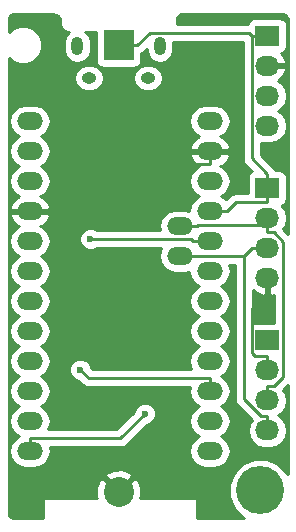
<source format=gbl>
G04 #@! TF.FileFunction,Copper,L2,Bot,Signal*
%FSLAX46Y46*%
G04 Gerber Fmt 4.6, Leading zero omitted, Abs format (unit mm)*
G04 Created by KiCad (PCBNEW 4.0.2-stable) date Lundi 27 juin 2016 03:17:05*
%MOMM*%
G01*
G04 APERTURE LIST*
%ADD10C,0.100000*%
%ADD11R,2.540000X2.540000*%
%ADD12C,2.540000*%
%ADD13O,1.250000X0.950000*%
%ADD14O,1.000000X1.550000*%
%ADD15O,2.199640X1.501140*%
%ADD16R,2.032000X1.727200*%
%ADD17O,2.032000X1.727200*%
%ADD18C,4.064000*%
%ADD19C,0.600000*%
%ADD20C,0.250000*%
%ADD21C,0.254000*%
G04 APERTURE END LIST*
D10*
D11*
X58000000Y-36800000D03*
D12*
X58000000Y-74620000D03*
D13*
X60500900Y-39562540D03*
X55500900Y-39562540D03*
D14*
X61500900Y-36862540D03*
X54500900Y-36862540D03*
D15*
X50480000Y-43230000D03*
X50480000Y-45770000D03*
X50480000Y-48310000D03*
X50480000Y-50850000D03*
X50480000Y-53390000D03*
X50480000Y-55930000D03*
X50480000Y-58470000D03*
X50480000Y-61010000D03*
X50480000Y-63550000D03*
X50480000Y-66090000D03*
X50480000Y-68630000D03*
X50480000Y-71170000D03*
X65720000Y-71170000D03*
X65720000Y-68630000D03*
X65720000Y-66090000D03*
X65720000Y-63550000D03*
X65720000Y-61010000D03*
X65720000Y-58470000D03*
X65720000Y-55930000D03*
X65720000Y-53390000D03*
X65720000Y-50850000D03*
X65720000Y-48310000D03*
X65720000Y-45770000D03*
X65720000Y-43230000D03*
X63180000Y-54660000D03*
X63180000Y-52120000D03*
D16*
X70600000Y-36000000D03*
D17*
X70600000Y-38540000D03*
X70600000Y-41080000D03*
X70600000Y-43620000D03*
D16*
X70600000Y-48900000D03*
D17*
X70600000Y-51440000D03*
X70600000Y-53980000D03*
X70600000Y-56520000D03*
D16*
X70600000Y-61800000D03*
D17*
X70600000Y-64340000D03*
X70600000Y-66880000D03*
X70600000Y-69420000D03*
D18*
X70000000Y-74500000D03*
D19*
X60236400Y-67991000D03*
X54745000Y-64268200D03*
X55611800Y-53198100D03*
D20*
X70600000Y-36000000D02*
X69258700Y-36000000D01*
X58000000Y-36800000D02*
X59595300Y-36800000D01*
X60651700Y-35743600D02*
X59595300Y-36800000D01*
X69002300Y-35743600D02*
X60651700Y-35743600D01*
X69258700Y-36000000D02*
X69002300Y-35743600D01*
X70600000Y-48900000D02*
X70600000Y-47711100D01*
X69258700Y-46369800D02*
X69258700Y-36000000D01*
X70600000Y-47711100D02*
X69258700Y-46369800D01*
X67906300Y-50088900D02*
X70600000Y-50088900D01*
X67145200Y-50850000D02*
X67906300Y-50088900D01*
X70600000Y-48900000D02*
X70600000Y-50088900D01*
X65720000Y-50850000D02*
X67145200Y-50850000D01*
X60640000Y-50850000D02*
X50480000Y-50850000D01*
X64644100Y-46845900D02*
X60640000Y-50850000D01*
X65720000Y-46845900D02*
X64644100Y-46845900D01*
X65720000Y-45770000D02*
X65720000Y-46845900D01*
X69258600Y-59050300D02*
X70600000Y-57708900D01*
X69258600Y-62850000D02*
X69258600Y-59050300D01*
X69559700Y-63151100D02*
X69258600Y-62850000D01*
X70600000Y-63151100D02*
X69559700Y-63151100D01*
X70600000Y-64340000D02*
X70600000Y-63151100D01*
X70600000Y-56520000D02*
X70600000Y-57708900D01*
X58133300Y-70094100D02*
X50480000Y-70094100D01*
X60236400Y-67991000D02*
X58133300Y-70094100D01*
X50480000Y-71170000D02*
X50480000Y-70094100D01*
X65720000Y-66090000D02*
X65720000Y-65014100D01*
X55490900Y-65014100D02*
X65720000Y-65014100D01*
X54745000Y-64268200D02*
X55490900Y-65014100D01*
X64102900Y-53198100D02*
X64294800Y-53390000D01*
X55611800Y-53198100D02*
X64102900Y-53198100D01*
X65720000Y-53390000D02*
X64294800Y-53390000D01*
X70600000Y-53980000D02*
X69258700Y-53980000D01*
X70600000Y-69420000D02*
X70600000Y-68231100D01*
X68578700Y-66729900D02*
X68578700Y-54660000D01*
X70079900Y-68231100D02*
X68578700Y-66729900D01*
X70600000Y-68231100D02*
X70079900Y-68231100D01*
X69258700Y-53980000D02*
X68578700Y-54660000D01*
X68578700Y-54660000D02*
X63180000Y-54660000D01*
X71120100Y-52628900D02*
X70600000Y-52628900D01*
X71951000Y-53459800D02*
X71120100Y-52628900D01*
X71951000Y-64860200D02*
X71951000Y-53459800D01*
X71120100Y-65691100D02*
X71951000Y-64860200D01*
X70600000Y-65691100D02*
X71120100Y-65691100D01*
X70600000Y-66880000D02*
X70600000Y-65691100D01*
X70600000Y-51440000D02*
X70600000Y-52034400D01*
X70600000Y-52034400D02*
X70600000Y-52628900D01*
X64690800Y-52034400D02*
X64605200Y-52120000D01*
X70600000Y-52034400D02*
X64690800Y-52034400D01*
X63180000Y-52120000D02*
X64605200Y-52120000D01*
D21*
G36*
X52711079Y-34240407D02*
X52890026Y-34359975D01*
X53009593Y-34538919D01*
X53065000Y-34817468D01*
X53065000Y-35000000D01*
X53117143Y-35262138D01*
X53265632Y-35484368D01*
X53487862Y-35632857D01*
X53750000Y-35685000D01*
X53806613Y-35685000D01*
X53698334Y-35757350D01*
X53452297Y-36125570D01*
X53365900Y-36559916D01*
X53365900Y-37165164D01*
X53452297Y-37599510D01*
X53698334Y-37967730D01*
X54066554Y-38213767D01*
X54500900Y-38300164D01*
X54935246Y-38213767D01*
X55303466Y-37967730D01*
X55549503Y-37599510D01*
X55635900Y-37165164D01*
X55635900Y-36559916D01*
X55549503Y-36125570D01*
X55303466Y-35757350D01*
X55195187Y-35685000D01*
X56082560Y-35685000D01*
X56082560Y-38070000D01*
X56126838Y-38305317D01*
X56265910Y-38521441D01*
X56478110Y-38666431D01*
X56730000Y-38717440D01*
X59270000Y-38717440D01*
X59505317Y-38673162D01*
X59721441Y-38534090D01*
X59866431Y-38321890D01*
X59917440Y-38070000D01*
X59917440Y-37481233D01*
X60132701Y-37337401D01*
X60365900Y-37104202D01*
X60365900Y-37165164D01*
X60452297Y-37599510D01*
X60698334Y-37967730D01*
X61066554Y-38213767D01*
X61500900Y-38300164D01*
X61935246Y-38213767D01*
X62303466Y-37967730D01*
X62549503Y-37599510D01*
X62635900Y-37165164D01*
X62635900Y-36559916D01*
X62624698Y-36503600D01*
X68498700Y-36503600D01*
X68498700Y-46369800D01*
X68556552Y-46660639D01*
X68721299Y-46907201D01*
X69287017Y-47472919D01*
X69132559Y-47572310D01*
X68987569Y-47784510D01*
X68936560Y-48036400D01*
X68936560Y-49328900D01*
X67906300Y-49328900D01*
X67615461Y-49386752D01*
X67368899Y-49551499D01*
X67063297Y-49857101D01*
X66648588Y-49580000D01*
X67082983Y-49289746D01*
X67383337Y-48840235D01*
X67488807Y-48310000D01*
X67383337Y-47779765D01*
X67082983Y-47330254D01*
X66633472Y-47029900D01*
X66625928Y-47028399D01*
X66716817Y-47001499D01*
X67138798Y-46659944D01*
X67397950Y-46182903D01*
X67412133Y-46111275D01*
X67289479Y-45897000D01*
X65847000Y-45897000D01*
X65847000Y-45917000D01*
X65593000Y-45917000D01*
X65593000Y-45897000D01*
X64150521Y-45897000D01*
X64027867Y-46111275D01*
X64042050Y-46182903D01*
X64301202Y-46659944D01*
X64723183Y-47001499D01*
X64814072Y-47028399D01*
X64806528Y-47029900D01*
X64357017Y-47330254D01*
X64056663Y-47779765D01*
X63951193Y-48310000D01*
X64056663Y-48840235D01*
X64357017Y-49289746D01*
X64791412Y-49580000D01*
X64357017Y-49870254D01*
X64056663Y-50319765D01*
X63958541Y-50813061D01*
X63563237Y-50734430D01*
X62796763Y-50734430D01*
X62266528Y-50839900D01*
X61817017Y-51140254D01*
X61516663Y-51589765D01*
X61411193Y-52120000D01*
X61474467Y-52438100D01*
X56174263Y-52438100D01*
X56142127Y-52405908D01*
X55798599Y-52263262D01*
X55426633Y-52262938D01*
X55082857Y-52404983D01*
X54819608Y-52667773D01*
X54676962Y-53011301D01*
X54676638Y-53383267D01*
X54818683Y-53727043D01*
X55081473Y-53990292D01*
X55425001Y-54132938D01*
X55796967Y-54133262D01*
X56140743Y-53991217D01*
X56173918Y-53958100D01*
X61631366Y-53958100D01*
X61516663Y-54129765D01*
X61411193Y-54660000D01*
X61516663Y-55190235D01*
X61817017Y-55639746D01*
X62266528Y-55940100D01*
X62796763Y-56045570D01*
X63563237Y-56045570D01*
X63958541Y-55966939D01*
X64056663Y-56460235D01*
X64357017Y-56909746D01*
X64791412Y-57200000D01*
X64357017Y-57490254D01*
X64056663Y-57939765D01*
X63951193Y-58470000D01*
X64056663Y-59000235D01*
X64357017Y-59449746D01*
X64791412Y-59740000D01*
X64357017Y-60030254D01*
X64056663Y-60479765D01*
X63951193Y-61010000D01*
X64056663Y-61540235D01*
X64357017Y-61989746D01*
X64791412Y-62280000D01*
X64357017Y-62570254D01*
X64056663Y-63019765D01*
X63951193Y-63550000D01*
X64056663Y-64080235D01*
X64172836Y-64254100D01*
X55805702Y-64254100D01*
X55680122Y-64128520D01*
X55680162Y-64083033D01*
X55538117Y-63739257D01*
X55275327Y-63476008D01*
X54931799Y-63333362D01*
X54559833Y-63333038D01*
X54216057Y-63475083D01*
X53952808Y-63737873D01*
X53810162Y-64081401D01*
X53809838Y-64453367D01*
X53951883Y-64797143D01*
X54214673Y-65060392D01*
X54558201Y-65203038D01*
X54605077Y-65203079D01*
X54953499Y-65551501D01*
X55200061Y-65716248D01*
X55490900Y-65774100D01*
X64014029Y-65774100D01*
X63951193Y-66090000D01*
X64056663Y-66620235D01*
X64357017Y-67069746D01*
X64791412Y-67360000D01*
X64357017Y-67650254D01*
X64056663Y-68099765D01*
X63951193Y-68630000D01*
X64056663Y-69160235D01*
X64357017Y-69609746D01*
X64791412Y-69900000D01*
X64357017Y-70190254D01*
X64056663Y-70639765D01*
X63951193Y-71170000D01*
X64056663Y-71700235D01*
X64357017Y-72149746D01*
X64806528Y-72450100D01*
X65336763Y-72555570D01*
X66103237Y-72555570D01*
X66633472Y-72450100D01*
X67082983Y-72149746D01*
X67383337Y-71700235D01*
X67488807Y-71170000D01*
X67383337Y-70639765D01*
X67082983Y-70190254D01*
X66648588Y-69900000D01*
X67082983Y-69609746D01*
X67383337Y-69160235D01*
X67488807Y-68630000D01*
X67383337Y-68099765D01*
X67082983Y-67650254D01*
X66648588Y-67360000D01*
X67082983Y-67069746D01*
X67383337Y-66620235D01*
X67488807Y-66090000D01*
X67383337Y-65559765D01*
X67082983Y-65110254D01*
X66648588Y-64820000D01*
X67082983Y-64529746D01*
X67383337Y-64080235D01*
X67488807Y-63550000D01*
X67383337Y-63019765D01*
X67082983Y-62570254D01*
X66648588Y-62280000D01*
X67082983Y-61989746D01*
X67383337Y-61540235D01*
X67488807Y-61010000D01*
X67383337Y-60479765D01*
X67082983Y-60030254D01*
X66648588Y-59740000D01*
X67082983Y-59449746D01*
X67383337Y-59000235D01*
X67488807Y-58470000D01*
X67383337Y-57939765D01*
X67082983Y-57490254D01*
X66648588Y-57200000D01*
X67082983Y-56909746D01*
X67383337Y-56460235D01*
X67488807Y-55930000D01*
X67387362Y-55420000D01*
X67818700Y-55420000D01*
X67818700Y-66729900D01*
X67876552Y-67020739D01*
X68041299Y-67267301D01*
X69266962Y-68492964D01*
X69030729Y-68846511D01*
X68916655Y-69420000D01*
X69030729Y-69993489D01*
X69355585Y-70479670D01*
X69841766Y-70804526D01*
X70415255Y-70918600D01*
X70784745Y-70918600D01*
X71358234Y-70804526D01*
X71844415Y-70479670D01*
X72169271Y-69993489D01*
X72283345Y-69420000D01*
X72169271Y-68846511D01*
X71844415Y-68360330D01*
X71529634Y-68150000D01*
X71844415Y-67939670D01*
X72169271Y-67453489D01*
X72283345Y-66880000D01*
X72169271Y-66306511D01*
X71933038Y-65952964D01*
X72315000Y-65571002D01*
X72315000Y-73118805D01*
X72262291Y-72991239D01*
X71512707Y-72240345D01*
X70532827Y-71833464D01*
X69471828Y-71832538D01*
X68491239Y-72237709D01*
X67740345Y-72987293D01*
X67333464Y-73967173D01*
X67332538Y-75028172D01*
X67737709Y-76008761D01*
X68487293Y-76759655D01*
X68620579Y-76815000D01*
X64627000Y-76815000D01*
X64627000Y-75250000D01*
X64618315Y-75203841D01*
X64591035Y-75161447D01*
X64549410Y-75133006D01*
X64500000Y-75123000D01*
X59847451Y-75123000D01*
X59914261Y-74948964D01*
X59894436Y-74191368D01*
X59642657Y-73583520D01*
X59347777Y-73451828D01*
X58179605Y-74620000D01*
X58193748Y-74634143D01*
X58014143Y-74813748D01*
X58000000Y-74799605D01*
X57985858Y-74813748D01*
X57806253Y-74634143D01*
X57820395Y-74620000D01*
X56652223Y-73451828D01*
X56357343Y-73583520D01*
X56085739Y-74291036D01*
X56105564Y-75048632D01*
X56136368Y-75123000D01*
X51750000Y-75123000D01*
X51703841Y-75131685D01*
X51661447Y-75158965D01*
X51633006Y-75200590D01*
X51623000Y-75250000D01*
X51623000Y-76815000D01*
X49067466Y-76815000D01*
X48884590Y-76778624D01*
X48786751Y-76713250D01*
X48721376Y-76615409D01*
X48685000Y-76432534D01*
X48685000Y-73272223D01*
X56831828Y-73272223D01*
X58000000Y-74440395D01*
X59168172Y-73272223D01*
X59036480Y-72977343D01*
X58328964Y-72705739D01*
X57571368Y-72725564D01*
X56963520Y-72977343D01*
X56831828Y-73272223D01*
X48685000Y-73272223D01*
X48685000Y-53390000D01*
X48711193Y-53390000D01*
X48816663Y-53920235D01*
X49117017Y-54369746D01*
X49551412Y-54660000D01*
X49117017Y-54950254D01*
X48816663Y-55399765D01*
X48711193Y-55930000D01*
X48816663Y-56460235D01*
X49117017Y-56909746D01*
X49551412Y-57200000D01*
X49117017Y-57490254D01*
X48816663Y-57939765D01*
X48711193Y-58470000D01*
X48816663Y-59000235D01*
X49117017Y-59449746D01*
X49551412Y-59740000D01*
X49117017Y-60030254D01*
X48816663Y-60479765D01*
X48711193Y-61010000D01*
X48816663Y-61540235D01*
X49117017Y-61989746D01*
X49551412Y-62280000D01*
X49117017Y-62570254D01*
X48816663Y-63019765D01*
X48711193Y-63550000D01*
X48816663Y-64080235D01*
X49117017Y-64529746D01*
X49551412Y-64820000D01*
X49117017Y-65110254D01*
X48816663Y-65559765D01*
X48711193Y-66090000D01*
X48816663Y-66620235D01*
X49117017Y-67069746D01*
X49551412Y-67360000D01*
X49117017Y-67650254D01*
X48816663Y-68099765D01*
X48711193Y-68630000D01*
X48816663Y-69160235D01*
X49117017Y-69609746D01*
X49551412Y-69900000D01*
X49117017Y-70190254D01*
X48816663Y-70639765D01*
X48711193Y-71170000D01*
X48816663Y-71700235D01*
X49117017Y-72149746D01*
X49566528Y-72450100D01*
X50096763Y-72555570D01*
X50863237Y-72555570D01*
X51393472Y-72450100D01*
X51842983Y-72149746D01*
X52143337Y-71700235D01*
X52248807Y-71170000D01*
X52185971Y-70854100D01*
X58133300Y-70854100D01*
X58424139Y-70796248D01*
X58670701Y-70631501D01*
X60376080Y-68926122D01*
X60421567Y-68926162D01*
X60765343Y-68784117D01*
X61028592Y-68521327D01*
X61171238Y-68177799D01*
X61171562Y-67805833D01*
X61029517Y-67462057D01*
X60766727Y-67198808D01*
X60423199Y-67056162D01*
X60051233Y-67055838D01*
X59707457Y-67197883D01*
X59444208Y-67460673D01*
X59301562Y-67804201D01*
X59301521Y-67851077D01*
X57818498Y-69334100D01*
X52027164Y-69334100D01*
X52143337Y-69160235D01*
X52248807Y-68630000D01*
X52143337Y-68099765D01*
X51842983Y-67650254D01*
X51408588Y-67360000D01*
X51842983Y-67069746D01*
X52143337Y-66620235D01*
X52248807Y-66090000D01*
X52143337Y-65559765D01*
X51842983Y-65110254D01*
X51408588Y-64820000D01*
X51842983Y-64529746D01*
X52143337Y-64080235D01*
X52248807Y-63550000D01*
X52143337Y-63019765D01*
X51842983Y-62570254D01*
X51408588Y-62280000D01*
X51842983Y-61989746D01*
X52143337Y-61540235D01*
X52248807Y-61010000D01*
X52143337Y-60479765D01*
X51842983Y-60030254D01*
X51408588Y-59740000D01*
X51842983Y-59449746D01*
X52143337Y-59000235D01*
X52248807Y-58470000D01*
X52143337Y-57939765D01*
X51842983Y-57490254D01*
X51408588Y-57200000D01*
X51842983Y-56909746D01*
X52143337Y-56460235D01*
X52248807Y-55930000D01*
X52143337Y-55399765D01*
X51842983Y-54950254D01*
X51408588Y-54660000D01*
X51842983Y-54369746D01*
X52143337Y-53920235D01*
X52248807Y-53390000D01*
X52143337Y-52859765D01*
X51842983Y-52410254D01*
X51393472Y-52109900D01*
X51385928Y-52108399D01*
X51476817Y-52081499D01*
X51898798Y-51739944D01*
X52157950Y-51262903D01*
X52172133Y-51191275D01*
X52049479Y-50977000D01*
X50607000Y-50977000D01*
X50607000Y-50997000D01*
X50353000Y-50997000D01*
X50353000Y-50977000D01*
X48910521Y-50977000D01*
X48787867Y-51191275D01*
X48802050Y-51262903D01*
X49061202Y-51739944D01*
X49483183Y-52081499D01*
X49574072Y-52108399D01*
X49566528Y-52109900D01*
X49117017Y-52410254D01*
X48816663Y-52859765D01*
X48711193Y-53390000D01*
X48685000Y-53390000D01*
X48685000Y-43230000D01*
X48711193Y-43230000D01*
X48816663Y-43760235D01*
X49117017Y-44209746D01*
X49551412Y-44500000D01*
X49117017Y-44790254D01*
X48816663Y-45239765D01*
X48711193Y-45770000D01*
X48816663Y-46300235D01*
X49117017Y-46749746D01*
X49551412Y-47040000D01*
X49117017Y-47330254D01*
X48816663Y-47779765D01*
X48711193Y-48310000D01*
X48816663Y-48840235D01*
X49117017Y-49289746D01*
X49566528Y-49590100D01*
X49574072Y-49591601D01*
X49483183Y-49618501D01*
X49061202Y-49960056D01*
X48802050Y-50437097D01*
X48787867Y-50508725D01*
X48910521Y-50723000D01*
X50353000Y-50723000D01*
X50353000Y-50703000D01*
X50607000Y-50703000D01*
X50607000Y-50723000D01*
X52049479Y-50723000D01*
X52172133Y-50508725D01*
X52157950Y-50437097D01*
X51898798Y-49960056D01*
X51476817Y-49618501D01*
X51385928Y-49591601D01*
X51393472Y-49590100D01*
X51842983Y-49289746D01*
X52143337Y-48840235D01*
X52248807Y-48310000D01*
X52143337Y-47779765D01*
X51842983Y-47330254D01*
X51408588Y-47040000D01*
X51842983Y-46749746D01*
X52143337Y-46300235D01*
X52248807Y-45770000D01*
X52143337Y-45239765D01*
X51842983Y-44790254D01*
X51408588Y-44500000D01*
X51842983Y-44209746D01*
X52143337Y-43760235D01*
X52248807Y-43230000D01*
X63951193Y-43230000D01*
X64056663Y-43760235D01*
X64357017Y-44209746D01*
X64806528Y-44510100D01*
X64814072Y-44511601D01*
X64723183Y-44538501D01*
X64301202Y-44880056D01*
X64042050Y-45357097D01*
X64027867Y-45428725D01*
X64150521Y-45643000D01*
X65593000Y-45643000D01*
X65593000Y-45623000D01*
X65847000Y-45623000D01*
X65847000Y-45643000D01*
X67289479Y-45643000D01*
X67412133Y-45428725D01*
X67397950Y-45357097D01*
X67138798Y-44880056D01*
X66716817Y-44538501D01*
X66625928Y-44511601D01*
X66633472Y-44510100D01*
X67082983Y-44209746D01*
X67383337Y-43760235D01*
X67488807Y-43230000D01*
X67383337Y-42699765D01*
X67082983Y-42250254D01*
X66633472Y-41949900D01*
X66103237Y-41844430D01*
X65336763Y-41844430D01*
X64806528Y-41949900D01*
X64357017Y-42250254D01*
X64056663Y-42699765D01*
X63951193Y-43230000D01*
X52248807Y-43230000D01*
X52143337Y-42699765D01*
X51842983Y-42250254D01*
X51393472Y-41949900D01*
X50863237Y-41844430D01*
X50096763Y-41844430D01*
X49566528Y-41949900D01*
X49117017Y-42250254D01*
X48816663Y-42699765D01*
X48711193Y-43230000D01*
X48685000Y-43230000D01*
X48685000Y-39562540D01*
X54216215Y-39562540D01*
X54300709Y-39987319D01*
X54541326Y-40347429D01*
X54901436Y-40588046D01*
X55326215Y-40672540D01*
X55675585Y-40672540D01*
X56100364Y-40588046D01*
X56460474Y-40347429D01*
X56701091Y-39987319D01*
X56785585Y-39562540D01*
X59216215Y-39562540D01*
X59300709Y-39987319D01*
X59541326Y-40347429D01*
X59901436Y-40588046D01*
X60326215Y-40672540D01*
X60675585Y-40672540D01*
X61100364Y-40588046D01*
X61460474Y-40347429D01*
X61701091Y-39987319D01*
X61785585Y-39562540D01*
X61701091Y-39137761D01*
X61460474Y-38777651D01*
X61100364Y-38537034D01*
X60675585Y-38452540D01*
X60326215Y-38452540D01*
X59901436Y-38537034D01*
X59541326Y-38777651D01*
X59300709Y-39137761D01*
X59216215Y-39562540D01*
X56785585Y-39562540D01*
X56701091Y-39137761D01*
X56460474Y-38777651D01*
X56100364Y-38537034D01*
X55675585Y-38452540D01*
X55326215Y-38452540D01*
X54901436Y-38537034D01*
X54541326Y-38777651D01*
X54300709Y-39137761D01*
X54216215Y-39562540D01*
X48685000Y-39562540D01*
X48685000Y-37882984D01*
X48978309Y-38176805D01*
X49575349Y-38424718D01*
X50221814Y-38425282D01*
X50819286Y-38178412D01*
X51276805Y-37721691D01*
X51524718Y-37124651D01*
X51525282Y-36478186D01*
X51278412Y-35880714D01*
X50821691Y-35423195D01*
X50224651Y-35175282D01*
X49578186Y-35174718D01*
X48980714Y-35421588D01*
X48685000Y-35716786D01*
X48685000Y-34567466D01*
X48721376Y-34384591D01*
X48786751Y-34286750D01*
X48884590Y-34221376D01*
X49067466Y-34185000D01*
X52432532Y-34185000D01*
X52711079Y-34240407D01*
X52711079Y-34240407D01*
G37*
X52711079Y-34240407D02*
X52890026Y-34359975D01*
X53009593Y-34538919D01*
X53065000Y-34817468D01*
X53065000Y-35000000D01*
X53117143Y-35262138D01*
X53265632Y-35484368D01*
X53487862Y-35632857D01*
X53750000Y-35685000D01*
X53806613Y-35685000D01*
X53698334Y-35757350D01*
X53452297Y-36125570D01*
X53365900Y-36559916D01*
X53365900Y-37165164D01*
X53452297Y-37599510D01*
X53698334Y-37967730D01*
X54066554Y-38213767D01*
X54500900Y-38300164D01*
X54935246Y-38213767D01*
X55303466Y-37967730D01*
X55549503Y-37599510D01*
X55635900Y-37165164D01*
X55635900Y-36559916D01*
X55549503Y-36125570D01*
X55303466Y-35757350D01*
X55195187Y-35685000D01*
X56082560Y-35685000D01*
X56082560Y-38070000D01*
X56126838Y-38305317D01*
X56265910Y-38521441D01*
X56478110Y-38666431D01*
X56730000Y-38717440D01*
X59270000Y-38717440D01*
X59505317Y-38673162D01*
X59721441Y-38534090D01*
X59866431Y-38321890D01*
X59917440Y-38070000D01*
X59917440Y-37481233D01*
X60132701Y-37337401D01*
X60365900Y-37104202D01*
X60365900Y-37165164D01*
X60452297Y-37599510D01*
X60698334Y-37967730D01*
X61066554Y-38213767D01*
X61500900Y-38300164D01*
X61935246Y-38213767D01*
X62303466Y-37967730D01*
X62549503Y-37599510D01*
X62635900Y-37165164D01*
X62635900Y-36559916D01*
X62624698Y-36503600D01*
X68498700Y-36503600D01*
X68498700Y-46369800D01*
X68556552Y-46660639D01*
X68721299Y-46907201D01*
X69287017Y-47472919D01*
X69132559Y-47572310D01*
X68987569Y-47784510D01*
X68936560Y-48036400D01*
X68936560Y-49328900D01*
X67906300Y-49328900D01*
X67615461Y-49386752D01*
X67368899Y-49551499D01*
X67063297Y-49857101D01*
X66648588Y-49580000D01*
X67082983Y-49289746D01*
X67383337Y-48840235D01*
X67488807Y-48310000D01*
X67383337Y-47779765D01*
X67082983Y-47330254D01*
X66633472Y-47029900D01*
X66625928Y-47028399D01*
X66716817Y-47001499D01*
X67138798Y-46659944D01*
X67397950Y-46182903D01*
X67412133Y-46111275D01*
X67289479Y-45897000D01*
X65847000Y-45897000D01*
X65847000Y-45917000D01*
X65593000Y-45917000D01*
X65593000Y-45897000D01*
X64150521Y-45897000D01*
X64027867Y-46111275D01*
X64042050Y-46182903D01*
X64301202Y-46659944D01*
X64723183Y-47001499D01*
X64814072Y-47028399D01*
X64806528Y-47029900D01*
X64357017Y-47330254D01*
X64056663Y-47779765D01*
X63951193Y-48310000D01*
X64056663Y-48840235D01*
X64357017Y-49289746D01*
X64791412Y-49580000D01*
X64357017Y-49870254D01*
X64056663Y-50319765D01*
X63958541Y-50813061D01*
X63563237Y-50734430D01*
X62796763Y-50734430D01*
X62266528Y-50839900D01*
X61817017Y-51140254D01*
X61516663Y-51589765D01*
X61411193Y-52120000D01*
X61474467Y-52438100D01*
X56174263Y-52438100D01*
X56142127Y-52405908D01*
X55798599Y-52263262D01*
X55426633Y-52262938D01*
X55082857Y-52404983D01*
X54819608Y-52667773D01*
X54676962Y-53011301D01*
X54676638Y-53383267D01*
X54818683Y-53727043D01*
X55081473Y-53990292D01*
X55425001Y-54132938D01*
X55796967Y-54133262D01*
X56140743Y-53991217D01*
X56173918Y-53958100D01*
X61631366Y-53958100D01*
X61516663Y-54129765D01*
X61411193Y-54660000D01*
X61516663Y-55190235D01*
X61817017Y-55639746D01*
X62266528Y-55940100D01*
X62796763Y-56045570D01*
X63563237Y-56045570D01*
X63958541Y-55966939D01*
X64056663Y-56460235D01*
X64357017Y-56909746D01*
X64791412Y-57200000D01*
X64357017Y-57490254D01*
X64056663Y-57939765D01*
X63951193Y-58470000D01*
X64056663Y-59000235D01*
X64357017Y-59449746D01*
X64791412Y-59740000D01*
X64357017Y-60030254D01*
X64056663Y-60479765D01*
X63951193Y-61010000D01*
X64056663Y-61540235D01*
X64357017Y-61989746D01*
X64791412Y-62280000D01*
X64357017Y-62570254D01*
X64056663Y-63019765D01*
X63951193Y-63550000D01*
X64056663Y-64080235D01*
X64172836Y-64254100D01*
X55805702Y-64254100D01*
X55680122Y-64128520D01*
X55680162Y-64083033D01*
X55538117Y-63739257D01*
X55275327Y-63476008D01*
X54931799Y-63333362D01*
X54559833Y-63333038D01*
X54216057Y-63475083D01*
X53952808Y-63737873D01*
X53810162Y-64081401D01*
X53809838Y-64453367D01*
X53951883Y-64797143D01*
X54214673Y-65060392D01*
X54558201Y-65203038D01*
X54605077Y-65203079D01*
X54953499Y-65551501D01*
X55200061Y-65716248D01*
X55490900Y-65774100D01*
X64014029Y-65774100D01*
X63951193Y-66090000D01*
X64056663Y-66620235D01*
X64357017Y-67069746D01*
X64791412Y-67360000D01*
X64357017Y-67650254D01*
X64056663Y-68099765D01*
X63951193Y-68630000D01*
X64056663Y-69160235D01*
X64357017Y-69609746D01*
X64791412Y-69900000D01*
X64357017Y-70190254D01*
X64056663Y-70639765D01*
X63951193Y-71170000D01*
X64056663Y-71700235D01*
X64357017Y-72149746D01*
X64806528Y-72450100D01*
X65336763Y-72555570D01*
X66103237Y-72555570D01*
X66633472Y-72450100D01*
X67082983Y-72149746D01*
X67383337Y-71700235D01*
X67488807Y-71170000D01*
X67383337Y-70639765D01*
X67082983Y-70190254D01*
X66648588Y-69900000D01*
X67082983Y-69609746D01*
X67383337Y-69160235D01*
X67488807Y-68630000D01*
X67383337Y-68099765D01*
X67082983Y-67650254D01*
X66648588Y-67360000D01*
X67082983Y-67069746D01*
X67383337Y-66620235D01*
X67488807Y-66090000D01*
X67383337Y-65559765D01*
X67082983Y-65110254D01*
X66648588Y-64820000D01*
X67082983Y-64529746D01*
X67383337Y-64080235D01*
X67488807Y-63550000D01*
X67383337Y-63019765D01*
X67082983Y-62570254D01*
X66648588Y-62280000D01*
X67082983Y-61989746D01*
X67383337Y-61540235D01*
X67488807Y-61010000D01*
X67383337Y-60479765D01*
X67082983Y-60030254D01*
X66648588Y-59740000D01*
X67082983Y-59449746D01*
X67383337Y-59000235D01*
X67488807Y-58470000D01*
X67383337Y-57939765D01*
X67082983Y-57490254D01*
X66648588Y-57200000D01*
X67082983Y-56909746D01*
X67383337Y-56460235D01*
X67488807Y-55930000D01*
X67387362Y-55420000D01*
X67818700Y-55420000D01*
X67818700Y-66729900D01*
X67876552Y-67020739D01*
X68041299Y-67267301D01*
X69266962Y-68492964D01*
X69030729Y-68846511D01*
X68916655Y-69420000D01*
X69030729Y-69993489D01*
X69355585Y-70479670D01*
X69841766Y-70804526D01*
X70415255Y-70918600D01*
X70784745Y-70918600D01*
X71358234Y-70804526D01*
X71844415Y-70479670D01*
X72169271Y-69993489D01*
X72283345Y-69420000D01*
X72169271Y-68846511D01*
X71844415Y-68360330D01*
X71529634Y-68150000D01*
X71844415Y-67939670D01*
X72169271Y-67453489D01*
X72283345Y-66880000D01*
X72169271Y-66306511D01*
X71933038Y-65952964D01*
X72315000Y-65571002D01*
X72315000Y-73118805D01*
X72262291Y-72991239D01*
X71512707Y-72240345D01*
X70532827Y-71833464D01*
X69471828Y-71832538D01*
X68491239Y-72237709D01*
X67740345Y-72987293D01*
X67333464Y-73967173D01*
X67332538Y-75028172D01*
X67737709Y-76008761D01*
X68487293Y-76759655D01*
X68620579Y-76815000D01*
X64627000Y-76815000D01*
X64627000Y-75250000D01*
X64618315Y-75203841D01*
X64591035Y-75161447D01*
X64549410Y-75133006D01*
X64500000Y-75123000D01*
X59847451Y-75123000D01*
X59914261Y-74948964D01*
X59894436Y-74191368D01*
X59642657Y-73583520D01*
X59347777Y-73451828D01*
X58179605Y-74620000D01*
X58193748Y-74634143D01*
X58014143Y-74813748D01*
X58000000Y-74799605D01*
X57985858Y-74813748D01*
X57806253Y-74634143D01*
X57820395Y-74620000D01*
X56652223Y-73451828D01*
X56357343Y-73583520D01*
X56085739Y-74291036D01*
X56105564Y-75048632D01*
X56136368Y-75123000D01*
X51750000Y-75123000D01*
X51703841Y-75131685D01*
X51661447Y-75158965D01*
X51633006Y-75200590D01*
X51623000Y-75250000D01*
X51623000Y-76815000D01*
X49067466Y-76815000D01*
X48884590Y-76778624D01*
X48786751Y-76713250D01*
X48721376Y-76615409D01*
X48685000Y-76432534D01*
X48685000Y-73272223D01*
X56831828Y-73272223D01*
X58000000Y-74440395D01*
X59168172Y-73272223D01*
X59036480Y-72977343D01*
X58328964Y-72705739D01*
X57571368Y-72725564D01*
X56963520Y-72977343D01*
X56831828Y-73272223D01*
X48685000Y-73272223D01*
X48685000Y-53390000D01*
X48711193Y-53390000D01*
X48816663Y-53920235D01*
X49117017Y-54369746D01*
X49551412Y-54660000D01*
X49117017Y-54950254D01*
X48816663Y-55399765D01*
X48711193Y-55930000D01*
X48816663Y-56460235D01*
X49117017Y-56909746D01*
X49551412Y-57200000D01*
X49117017Y-57490254D01*
X48816663Y-57939765D01*
X48711193Y-58470000D01*
X48816663Y-59000235D01*
X49117017Y-59449746D01*
X49551412Y-59740000D01*
X49117017Y-60030254D01*
X48816663Y-60479765D01*
X48711193Y-61010000D01*
X48816663Y-61540235D01*
X49117017Y-61989746D01*
X49551412Y-62280000D01*
X49117017Y-62570254D01*
X48816663Y-63019765D01*
X48711193Y-63550000D01*
X48816663Y-64080235D01*
X49117017Y-64529746D01*
X49551412Y-64820000D01*
X49117017Y-65110254D01*
X48816663Y-65559765D01*
X48711193Y-66090000D01*
X48816663Y-66620235D01*
X49117017Y-67069746D01*
X49551412Y-67360000D01*
X49117017Y-67650254D01*
X48816663Y-68099765D01*
X48711193Y-68630000D01*
X48816663Y-69160235D01*
X49117017Y-69609746D01*
X49551412Y-69900000D01*
X49117017Y-70190254D01*
X48816663Y-70639765D01*
X48711193Y-71170000D01*
X48816663Y-71700235D01*
X49117017Y-72149746D01*
X49566528Y-72450100D01*
X50096763Y-72555570D01*
X50863237Y-72555570D01*
X51393472Y-72450100D01*
X51842983Y-72149746D01*
X52143337Y-71700235D01*
X52248807Y-71170000D01*
X52185971Y-70854100D01*
X58133300Y-70854100D01*
X58424139Y-70796248D01*
X58670701Y-70631501D01*
X60376080Y-68926122D01*
X60421567Y-68926162D01*
X60765343Y-68784117D01*
X61028592Y-68521327D01*
X61171238Y-68177799D01*
X61171562Y-67805833D01*
X61029517Y-67462057D01*
X60766727Y-67198808D01*
X60423199Y-67056162D01*
X60051233Y-67055838D01*
X59707457Y-67197883D01*
X59444208Y-67460673D01*
X59301562Y-67804201D01*
X59301521Y-67851077D01*
X57818498Y-69334100D01*
X52027164Y-69334100D01*
X52143337Y-69160235D01*
X52248807Y-68630000D01*
X52143337Y-68099765D01*
X51842983Y-67650254D01*
X51408588Y-67360000D01*
X51842983Y-67069746D01*
X52143337Y-66620235D01*
X52248807Y-66090000D01*
X52143337Y-65559765D01*
X51842983Y-65110254D01*
X51408588Y-64820000D01*
X51842983Y-64529746D01*
X52143337Y-64080235D01*
X52248807Y-63550000D01*
X52143337Y-63019765D01*
X51842983Y-62570254D01*
X51408588Y-62280000D01*
X51842983Y-61989746D01*
X52143337Y-61540235D01*
X52248807Y-61010000D01*
X52143337Y-60479765D01*
X51842983Y-60030254D01*
X51408588Y-59740000D01*
X51842983Y-59449746D01*
X52143337Y-59000235D01*
X52248807Y-58470000D01*
X52143337Y-57939765D01*
X51842983Y-57490254D01*
X51408588Y-57200000D01*
X51842983Y-56909746D01*
X52143337Y-56460235D01*
X52248807Y-55930000D01*
X52143337Y-55399765D01*
X51842983Y-54950254D01*
X51408588Y-54660000D01*
X51842983Y-54369746D01*
X52143337Y-53920235D01*
X52248807Y-53390000D01*
X52143337Y-52859765D01*
X51842983Y-52410254D01*
X51393472Y-52109900D01*
X51385928Y-52108399D01*
X51476817Y-52081499D01*
X51898798Y-51739944D01*
X52157950Y-51262903D01*
X52172133Y-51191275D01*
X52049479Y-50977000D01*
X50607000Y-50977000D01*
X50607000Y-50997000D01*
X50353000Y-50997000D01*
X50353000Y-50977000D01*
X48910521Y-50977000D01*
X48787867Y-51191275D01*
X48802050Y-51262903D01*
X49061202Y-51739944D01*
X49483183Y-52081499D01*
X49574072Y-52108399D01*
X49566528Y-52109900D01*
X49117017Y-52410254D01*
X48816663Y-52859765D01*
X48711193Y-53390000D01*
X48685000Y-53390000D01*
X48685000Y-43230000D01*
X48711193Y-43230000D01*
X48816663Y-43760235D01*
X49117017Y-44209746D01*
X49551412Y-44500000D01*
X49117017Y-44790254D01*
X48816663Y-45239765D01*
X48711193Y-45770000D01*
X48816663Y-46300235D01*
X49117017Y-46749746D01*
X49551412Y-47040000D01*
X49117017Y-47330254D01*
X48816663Y-47779765D01*
X48711193Y-48310000D01*
X48816663Y-48840235D01*
X49117017Y-49289746D01*
X49566528Y-49590100D01*
X49574072Y-49591601D01*
X49483183Y-49618501D01*
X49061202Y-49960056D01*
X48802050Y-50437097D01*
X48787867Y-50508725D01*
X48910521Y-50723000D01*
X50353000Y-50723000D01*
X50353000Y-50703000D01*
X50607000Y-50703000D01*
X50607000Y-50723000D01*
X52049479Y-50723000D01*
X52172133Y-50508725D01*
X52157950Y-50437097D01*
X51898798Y-49960056D01*
X51476817Y-49618501D01*
X51385928Y-49591601D01*
X51393472Y-49590100D01*
X51842983Y-49289746D01*
X52143337Y-48840235D01*
X52248807Y-48310000D01*
X52143337Y-47779765D01*
X51842983Y-47330254D01*
X51408588Y-47040000D01*
X51842983Y-46749746D01*
X52143337Y-46300235D01*
X52248807Y-45770000D01*
X52143337Y-45239765D01*
X51842983Y-44790254D01*
X51408588Y-44500000D01*
X51842983Y-44209746D01*
X52143337Y-43760235D01*
X52248807Y-43230000D01*
X63951193Y-43230000D01*
X64056663Y-43760235D01*
X64357017Y-44209746D01*
X64806528Y-44510100D01*
X64814072Y-44511601D01*
X64723183Y-44538501D01*
X64301202Y-44880056D01*
X64042050Y-45357097D01*
X64027867Y-45428725D01*
X64150521Y-45643000D01*
X65593000Y-45643000D01*
X65593000Y-45623000D01*
X65847000Y-45623000D01*
X65847000Y-45643000D01*
X67289479Y-45643000D01*
X67412133Y-45428725D01*
X67397950Y-45357097D01*
X67138798Y-44880056D01*
X66716817Y-44538501D01*
X66625928Y-44511601D01*
X66633472Y-44510100D01*
X67082983Y-44209746D01*
X67383337Y-43760235D01*
X67488807Y-43230000D01*
X67383337Y-42699765D01*
X67082983Y-42250254D01*
X66633472Y-41949900D01*
X66103237Y-41844430D01*
X65336763Y-41844430D01*
X64806528Y-41949900D01*
X64357017Y-42250254D01*
X64056663Y-42699765D01*
X63951193Y-43230000D01*
X52248807Y-43230000D01*
X52143337Y-42699765D01*
X51842983Y-42250254D01*
X51393472Y-41949900D01*
X50863237Y-41844430D01*
X50096763Y-41844430D01*
X49566528Y-41949900D01*
X49117017Y-42250254D01*
X48816663Y-42699765D01*
X48711193Y-43230000D01*
X48685000Y-43230000D01*
X48685000Y-39562540D01*
X54216215Y-39562540D01*
X54300709Y-39987319D01*
X54541326Y-40347429D01*
X54901436Y-40588046D01*
X55326215Y-40672540D01*
X55675585Y-40672540D01*
X56100364Y-40588046D01*
X56460474Y-40347429D01*
X56701091Y-39987319D01*
X56785585Y-39562540D01*
X59216215Y-39562540D01*
X59300709Y-39987319D01*
X59541326Y-40347429D01*
X59901436Y-40588046D01*
X60326215Y-40672540D01*
X60675585Y-40672540D01*
X61100364Y-40588046D01*
X61460474Y-40347429D01*
X61701091Y-39987319D01*
X61785585Y-39562540D01*
X61701091Y-39137761D01*
X61460474Y-38777651D01*
X61100364Y-38537034D01*
X60675585Y-38452540D01*
X60326215Y-38452540D01*
X59901436Y-38537034D01*
X59541326Y-38777651D01*
X59300709Y-39137761D01*
X59216215Y-39562540D01*
X56785585Y-39562540D01*
X56701091Y-39137761D01*
X56460474Y-38777651D01*
X56100364Y-38537034D01*
X55675585Y-38452540D01*
X55326215Y-38452540D01*
X54901436Y-38537034D01*
X54541326Y-38777651D01*
X54300709Y-39137761D01*
X54216215Y-39562540D01*
X48685000Y-39562540D01*
X48685000Y-37882984D01*
X48978309Y-38176805D01*
X49575349Y-38424718D01*
X50221814Y-38425282D01*
X50819286Y-38178412D01*
X51276805Y-37721691D01*
X51524718Y-37124651D01*
X51525282Y-36478186D01*
X51278412Y-35880714D01*
X50821691Y-35423195D01*
X50224651Y-35175282D01*
X49578186Y-35174718D01*
X48980714Y-35421588D01*
X48685000Y-35716786D01*
X48685000Y-34567466D01*
X48721376Y-34384591D01*
X48786751Y-34286750D01*
X48884590Y-34221376D01*
X49067466Y-34185000D01*
X52432532Y-34185000D01*
X52711079Y-34240407D01*
G36*
X70727000Y-64213000D02*
X70747000Y-64213000D01*
X70747000Y-64467000D01*
X70727000Y-64467000D01*
X70727000Y-64487000D01*
X70473000Y-64487000D01*
X70473000Y-64467000D01*
X70453000Y-64467000D01*
X70453000Y-64213000D01*
X70473000Y-64213000D01*
X70473000Y-64193000D01*
X70727000Y-64193000D01*
X70727000Y-64213000D01*
X70727000Y-64213000D01*
G37*
X70727000Y-64213000D02*
X70747000Y-64213000D01*
X70747000Y-64467000D01*
X70727000Y-64467000D01*
X70727000Y-64487000D01*
X70473000Y-64487000D01*
X70473000Y-64467000D01*
X70453000Y-64467000D01*
X70453000Y-64213000D01*
X70473000Y-64213000D01*
X70473000Y-64193000D01*
X70727000Y-64193000D01*
X70727000Y-64213000D01*
G36*
X70727000Y-56393000D02*
X70747000Y-56393000D01*
X70747000Y-56647000D01*
X70727000Y-56647000D01*
X70727000Y-57860924D01*
X70961913Y-58005184D01*
X71191000Y-57925050D01*
X71191000Y-60288960D01*
X69584000Y-60288960D01*
X69348683Y-60333238D01*
X69338700Y-60339662D01*
X69338700Y-57501940D01*
X69685680Y-57811954D01*
X70238087Y-58005184D01*
X70473000Y-57860924D01*
X70473000Y-56647000D01*
X70453000Y-56647000D01*
X70453000Y-56393000D01*
X70473000Y-56393000D01*
X70473000Y-56373000D01*
X70727000Y-56373000D01*
X70727000Y-56393000D01*
X70727000Y-56393000D01*
G37*
X70727000Y-56393000D02*
X70747000Y-56393000D01*
X70747000Y-56647000D01*
X70727000Y-56647000D01*
X70727000Y-57860924D01*
X70961913Y-58005184D01*
X71191000Y-57925050D01*
X71191000Y-60288960D01*
X69584000Y-60288960D01*
X69348683Y-60333238D01*
X69338700Y-60339662D01*
X69338700Y-57501940D01*
X69685680Y-57811954D01*
X70238087Y-58005184D01*
X70473000Y-57860924D01*
X70473000Y-56647000D01*
X70453000Y-56647000D01*
X70453000Y-56393000D01*
X70473000Y-56393000D01*
X70473000Y-56373000D01*
X70727000Y-56373000D01*
X70727000Y-56393000D01*
G36*
X72115409Y-34221376D02*
X72213250Y-34286751D01*
X72278624Y-34384590D01*
X72315000Y-34567466D01*
X72315000Y-52748998D01*
X71933038Y-52367036D01*
X72169271Y-52013489D01*
X72283345Y-51440000D01*
X72169271Y-50866511D01*
X71844415Y-50380330D01*
X71830087Y-50370757D01*
X71851317Y-50366762D01*
X72067441Y-50227690D01*
X72212431Y-50015490D01*
X72263440Y-49763600D01*
X72263440Y-48036400D01*
X72219162Y-47801083D01*
X72080090Y-47584959D01*
X71867890Y-47439969D01*
X71616000Y-47388960D01*
X71281233Y-47388960D01*
X71137401Y-47173699D01*
X70018700Y-46054998D01*
X70018700Y-45039720D01*
X70415255Y-45118600D01*
X70784745Y-45118600D01*
X71358234Y-45004526D01*
X71844415Y-44679670D01*
X72169271Y-44193489D01*
X72283345Y-43620000D01*
X72169271Y-43046511D01*
X71844415Y-42560330D01*
X71529634Y-42350000D01*
X71844415Y-42139670D01*
X72169271Y-41653489D01*
X72283345Y-41080000D01*
X72169271Y-40506511D01*
X71844415Y-40020330D01*
X71534931Y-39813539D01*
X71950732Y-39442036D01*
X72204709Y-38914791D01*
X72207358Y-38899026D01*
X72086217Y-38667000D01*
X70727000Y-38667000D01*
X70727000Y-38687000D01*
X70473000Y-38687000D01*
X70473000Y-38667000D01*
X70453000Y-38667000D01*
X70453000Y-38413000D01*
X70473000Y-38413000D01*
X70473000Y-38393000D01*
X70727000Y-38393000D01*
X70727000Y-38413000D01*
X72086217Y-38413000D01*
X72207358Y-38180974D01*
X72204709Y-38165209D01*
X71950732Y-37637964D01*
X71775155Y-37481093D01*
X71851317Y-37466762D01*
X72067441Y-37327690D01*
X72212431Y-37115490D01*
X72263440Y-36863600D01*
X72263440Y-35136400D01*
X72219162Y-34901083D01*
X72080090Y-34684959D01*
X71867890Y-34539969D01*
X71616000Y-34488960D01*
X69584000Y-34488960D01*
X69348683Y-34533238D01*
X69132559Y-34672310D01*
X68987569Y-34884510D01*
X68967503Y-34983600D01*
X62935000Y-34983600D01*
X62935000Y-34567466D01*
X62965506Y-34414100D01*
X63164100Y-34215506D01*
X63317466Y-34185000D01*
X71932534Y-34185000D01*
X72115409Y-34221376D01*
X72115409Y-34221376D01*
G37*
X72115409Y-34221376D02*
X72213250Y-34286751D01*
X72278624Y-34384590D01*
X72315000Y-34567466D01*
X72315000Y-52748998D01*
X71933038Y-52367036D01*
X72169271Y-52013489D01*
X72283345Y-51440000D01*
X72169271Y-50866511D01*
X71844415Y-50380330D01*
X71830087Y-50370757D01*
X71851317Y-50366762D01*
X72067441Y-50227690D01*
X72212431Y-50015490D01*
X72263440Y-49763600D01*
X72263440Y-48036400D01*
X72219162Y-47801083D01*
X72080090Y-47584959D01*
X71867890Y-47439969D01*
X71616000Y-47388960D01*
X71281233Y-47388960D01*
X71137401Y-47173699D01*
X70018700Y-46054998D01*
X70018700Y-45039720D01*
X70415255Y-45118600D01*
X70784745Y-45118600D01*
X71358234Y-45004526D01*
X71844415Y-44679670D01*
X72169271Y-44193489D01*
X72283345Y-43620000D01*
X72169271Y-43046511D01*
X71844415Y-42560330D01*
X71529634Y-42350000D01*
X71844415Y-42139670D01*
X72169271Y-41653489D01*
X72283345Y-41080000D01*
X72169271Y-40506511D01*
X71844415Y-40020330D01*
X71534931Y-39813539D01*
X71950732Y-39442036D01*
X72204709Y-38914791D01*
X72207358Y-38899026D01*
X72086217Y-38667000D01*
X70727000Y-38667000D01*
X70727000Y-38687000D01*
X70473000Y-38687000D01*
X70473000Y-38667000D01*
X70453000Y-38667000D01*
X70453000Y-38413000D01*
X70473000Y-38413000D01*
X70473000Y-38393000D01*
X70727000Y-38393000D01*
X70727000Y-38413000D01*
X72086217Y-38413000D01*
X72207358Y-38180974D01*
X72204709Y-38165209D01*
X71950732Y-37637964D01*
X71775155Y-37481093D01*
X71851317Y-37466762D01*
X72067441Y-37327690D01*
X72212431Y-37115490D01*
X72263440Y-36863600D01*
X72263440Y-35136400D01*
X72219162Y-34901083D01*
X72080090Y-34684959D01*
X71867890Y-34539969D01*
X71616000Y-34488960D01*
X69584000Y-34488960D01*
X69348683Y-34533238D01*
X69132559Y-34672310D01*
X68987569Y-34884510D01*
X68967503Y-34983600D01*
X62935000Y-34983600D01*
X62935000Y-34567466D01*
X62965506Y-34414100D01*
X63164100Y-34215506D01*
X63317466Y-34185000D01*
X71932534Y-34185000D01*
X72115409Y-34221376D01*
M02*

</source>
